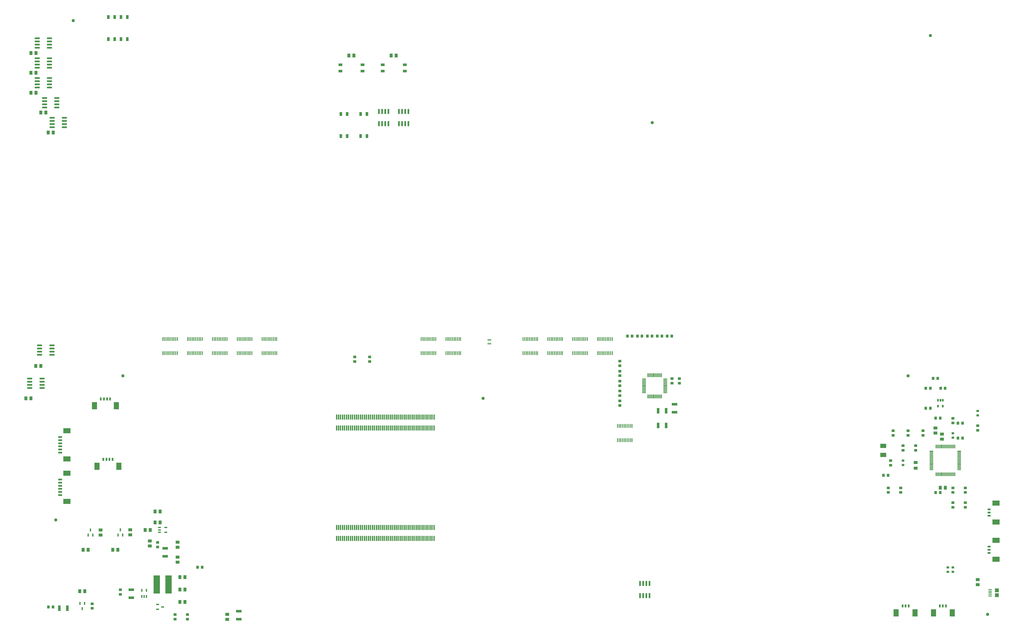
<source format=gtp>
G04*
G04 #@! TF.GenerationSoftware,Altium Limited,Altium Designer,20.0.13 (296)*
G04*
G04 Layer_Color=8421504*
%FSLAX25Y25*%
%MOIN*%
G70*
G01*
G75*
%ADD29R,0.09449X0.06693*%
%ADD30R,0.04331X0.05906*%
%ADD31R,0.10200X0.28700*%
G04:AMPARAMS|DCode=32|XSize=47.64mil|YSize=23.23mil|CornerRadius=5.81mil|HoleSize=0mil|Usage=FLASHONLY|Rotation=0.000|XOffset=0mil|YOffset=0mil|HoleType=Round|Shape=RoundedRectangle|*
%AMROUNDEDRECTD32*
21,1,0.04764,0.01161,0,0,0.0*
21,1,0.03602,0.02323,0,0,0.0*
1,1,0.01161,0.01801,-0.00581*
1,1,0.01161,-0.01801,-0.00581*
1,1,0.01161,-0.01801,0.00581*
1,1,0.01161,0.01801,0.00581*
%
%ADD32ROUNDEDRECTD32*%
G04:AMPARAMS|DCode=33|XSize=48.82mil|YSize=23.23mil|CornerRadius=2.9mil|HoleSize=0mil|Usage=FLASHONLY|Rotation=270.000|XOffset=0mil|YOffset=0mil|HoleType=Round|Shape=RoundedRectangle|*
%AMROUNDEDRECTD33*
21,1,0.04882,0.01742,0,0,270.0*
21,1,0.04301,0.02323,0,0,270.0*
1,1,0.00581,-0.00871,-0.02151*
1,1,0.00581,-0.00871,0.02151*
1,1,0.00581,0.00871,0.02151*
1,1,0.00581,0.00871,-0.02151*
%
%ADD33ROUNDEDRECTD33*%
%ADD34R,0.01221X0.02598*%
%ADD35R,0.02559X0.04331*%
G04:AMPARAMS|DCode=36|XSize=61.81mil|YSize=16.14mil|CornerRadius=2.02mil|HoleSize=0mil|Usage=FLASHONLY|Rotation=90.000|XOffset=0mil|YOffset=0mil|HoleType=Round|Shape=RoundedRectangle|*
%AMROUNDEDRECTD36*
21,1,0.06181,0.01211,0,0,90.0*
21,1,0.05778,0.01614,0,0,90.0*
1,1,0.00404,0.00605,0.02889*
1,1,0.00404,0.00605,-0.02889*
1,1,0.00404,-0.00605,-0.02889*
1,1,0.00404,-0.00605,0.02889*
%
%ADD36ROUNDEDRECTD36*%
G04:AMPARAMS|DCode=37|XSize=77.56mil|YSize=23.62mil|CornerRadius=2.95mil|HoleSize=0mil|Usage=FLASHONLY|Rotation=270.000|XOffset=0mil|YOffset=0mil|HoleType=Round|Shape=RoundedRectangle|*
%AMROUNDEDRECTD37*
21,1,0.07756,0.01772,0,0,270.0*
21,1,0.07165,0.02362,0,0,270.0*
1,1,0.00591,-0.00886,-0.03583*
1,1,0.00591,-0.00886,0.03583*
1,1,0.00591,0.00886,0.03583*
1,1,0.00591,0.00886,-0.03583*
%
%ADD37ROUNDEDRECTD37*%
G04:AMPARAMS|DCode=38|XSize=77.56mil|YSize=23.62mil|CornerRadius=2.95mil|HoleSize=0mil|Usage=FLASHONLY|Rotation=180.000|XOffset=0mil|YOffset=0mil|HoleType=Round|Shape=RoundedRectangle|*
%AMROUNDEDRECTD38*
21,1,0.07756,0.01772,0,0,180.0*
21,1,0.07165,0.02362,0,0,180.0*
1,1,0.00591,-0.03583,0.00886*
1,1,0.00591,0.03583,0.00886*
1,1,0.00591,0.03583,-0.00886*
1,1,0.00591,-0.03583,-0.00886*
%
%ADD38ROUNDEDRECTD38*%
%ADD39R,0.05906X0.05118*%
%ADD40R,0.03937X0.03543*%
%ADD41R,0.01181X0.06299*%
%ADD42R,0.06299X0.01181*%
%ADD43R,0.11811X0.08268*%
%ADD44R,0.06299X0.03150*%
%ADD45R,0.03150X0.05118*%
%ADD46R,0.08268X0.11811*%
%ADD47R,0.05118X0.03150*%
%ADD48R,0.02000X0.08000*%
%ADD49R,0.05315X0.01575*%
%ADD50R,0.05906X0.05906*%
%ADD51O,0.01181X0.06496*%
%ADD52O,0.06496X0.01181*%
%ADD53C,0.05118*%
%ADD54R,0.04331X0.08661*%
%ADD55R,0.04724X0.04134*%
%ADD56R,0.04724X0.06000*%
%ADD57R,0.04134X0.04724*%
%ADD58R,0.08661X0.04331*%
G04:AMPARAMS|DCode=59|XSize=48.82mil|YSize=23.23mil|CornerRadius=2.9mil|HoleSize=0mil|Usage=FLASHONLY|Rotation=0.000|XOffset=0mil|YOffset=0mil|HoleType=Round|Shape=RoundedRectangle|*
%AMROUNDEDRECTD59*
21,1,0.04882,0.01742,0,0,0.0*
21,1,0.04301,0.02323,0,0,0.0*
1,1,0.00581,0.02151,-0.00871*
1,1,0.00581,-0.02151,-0.00871*
1,1,0.00581,-0.02151,0.00871*
1,1,0.00581,0.02151,0.00871*
%
%ADD59ROUNDEDRECTD59*%
%ADD60R,0.06000X0.04724*%
%ADD61R,0.05906X0.04331*%
G04:AMPARAMS|DCode=62|XSize=47.64mil|YSize=23.23mil|CornerRadius=5.81mil|HoleSize=0mil|Usage=FLASHONLY|Rotation=90.000|XOffset=0mil|YOffset=0mil|HoleType=Round|Shape=RoundedRectangle|*
%AMROUNDEDRECTD62*
21,1,0.04764,0.01161,0,0,90.0*
21,1,0.03602,0.02323,0,0,90.0*
1,1,0.01161,0.00581,0.01801*
1,1,0.01161,0.00581,-0.01801*
1,1,0.01161,-0.00581,-0.01801*
1,1,0.01161,-0.00581,0.01801*
%
%ADD62ROUNDEDRECTD62*%
D29*
X1381890Y282874D02*
D03*
Y268307D02*
D03*
D30*
X184291Y962402D02*
D03*
Y927362D02*
D03*
X174291Y962402D02*
D03*
Y927362D02*
D03*
X164291Y962402D02*
D03*
Y927362D02*
D03*
X154291Y962402D02*
D03*
Y927362D02*
D03*
X522559Y773819D02*
D03*
Y808858D02*
D03*
X532559Y773819D02*
D03*
Y808858D02*
D03*
X554055Y773819D02*
D03*
Y808858D02*
D03*
X564055Y773819D02*
D03*
Y808858D02*
D03*
D31*
X230908Y62992D02*
D03*
X249408D02*
D03*
D32*
X235216Y153347D02*
D03*
Y149606D02*
D03*
Y145866D02*
D03*
X245098D02*
D03*
Y153347D02*
D03*
D33*
X112874Y24783D02*
D03*
X109134Y33090D02*
D03*
X116614D02*
D03*
X122244Y141299D02*
D03*
X129724D02*
D03*
X125984Y149606D02*
D03*
X169488Y141516D02*
D03*
X176969D02*
D03*
X173228Y149823D02*
D03*
D34*
X755905Y444882D02*
D03*
X757874D02*
D03*
X759842D02*
D03*
Y450669D02*
D03*
X757874D02*
D03*
X755905D02*
D03*
D35*
X1476181Y355118D02*
D03*
X1472441D02*
D03*
X1468701D02*
D03*
Y345669D02*
D03*
X1476181D02*
D03*
D36*
X689272Y452244D02*
D03*
X691831D02*
D03*
X694390D02*
D03*
X696949D02*
D03*
X699508D02*
D03*
X702067D02*
D03*
X704626D02*
D03*
X707185D02*
D03*
X709744D02*
D03*
X712303D02*
D03*
Y429646D02*
D03*
X709744D02*
D03*
X707185D02*
D03*
X704626D02*
D03*
X702067D02*
D03*
X699508D02*
D03*
X696949D02*
D03*
X694390D02*
D03*
X691831D02*
D03*
X689272D02*
D03*
X240453Y452244D02*
D03*
X243012D02*
D03*
X245571D02*
D03*
X248130D02*
D03*
X250689D02*
D03*
X253248D02*
D03*
X255807D02*
D03*
X258366D02*
D03*
X260925D02*
D03*
X263484D02*
D03*
Y429646D02*
D03*
X260925D02*
D03*
X258366D02*
D03*
X255807D02*
D03*
X253248D02*
D03*
X250689D02*
D03*
X248130D02*
D03*
X245571D02*
D03*
X243012D02*
D03*
X240453D02*
D03*
X319193Y452244D02*
D03*
X321752D02*
D03*
X324311D02*
D03*
X326870D02*
D03*
X329429D02*
D03*
X331988D02*
D03*
X334547D02*
D03*
X337106D02*
D03*
X339665D02*
D03*
X342224D02*
D03*
Y429646D02*
D03*
X339665D02*
D03*
X337106D02*
D03*
X334547D02*
D03*
X331988D02*
D03*
X329429D02*
D03*
X326870D02*
D03*
X324311D02*
D03*
X321752D02*
D03*
X319193D02*
D03*
X358563Y452244D02*
D03*
X361122D02*
D03*
X363681D02*
D03*
X366240D02*
D03*
X368799D02*
D03*
X371358D02*
D03*
X373917D02*
D03*
X376476D02*
D03*
X379035D02*
D03*
X381594D02*
D03*
Y429646D02*
D03*
X379035D02*
D03*
X376476D02*
D03*
X373917D02*
D03*
X371358D02*
D03*
X368799D02*
D03*
X366240D02*
D03*
X363681D02*
D03*
X361122D02*
D03*
X358563D02*
D03*
X279823Y452244D02*
D03*
X282382D02*
D03*
X284941D02*
D03*
X287500D02*
D03*
X290059D02*
D03*
X292618D02*
D03*
X295177D02*
D03*
X297736D02*
D03*
X300295D02*
D03*
X302854D02*
D03*
Y429646D02*
D03*
X300295D02*
D03*
X297736D02*
D03*
X295177D02*
D03*
X292618D02*
D03*
X290059D02*
D03*
X287500D02*
D03*
X284941D02*
D03*
X282382D02*
D03*
X279823D02*
D03*
X397933Y452244D02*
D03*
X400492D02*
D03*
X403051D02*
D03*
X405610D02*
D03*
X408169D02*
D03*
X410728D02*
D03*
X413287D02*
D03*
X415846D02*
D03*
X418405D02*
D03*
X420965D02*
D03*
Y429646D02*
D03*
X418405D02*
D03*
X415846D02*
D03*
X413287D02*
D03*
X410728D02*
D03*
X408169D02*
D03*
X405610D02*
D03*
X403051D02*
D03*
X400492D02*
D03*
X397933D02*
D03*
X811319Y452244D02*
D03*
X813878D02*
D03*
X816437D02*
D03*
X818996D02*
D03*
X821555D02*
D03*
X824114D02*
D03*
X826673D02*
D03*
X829232D02*
D03*
X831791D02*
D03*
X834350D02*
D03*
Y429646D02*
D03*
X831791D02*
D03*
X829232D02*
D03*
X826673D02*
D03*
X824114D02*
D03*
X821555D02*
D03*
X818996D02*
D03*
X816437D02*
D03*
X813878D02*
D03*
X811319D02*
D03*
X850689Y452244D02*
D03*
X853248D02*
D03*
X855807D02*
D03*
X858366D02*
D03*
X860925D02*
D03*
X863484D02*
D03*
X866043D02*
D03*
X868602D02*
D03*
X871161D02*
D03*
X873720D02*
D03*
Y429646D02*
D03*
X871161D02*
D03*
X868602D02*
D03*
X866043D02*
D03*
X863484D02*
D03*
X860925D02*
D03*
X858366D02*
D03*
X855807D02*
D03*
X853248D02*
D03*
X850689D02*
D03*
X890059Y452244D02*
D03*
X892618D02*
D03*
X895177D02*
D03*
X897736D02*
D03*
X900295D02*
D03*
X902854D02*
D03*
X905413D02*
D03*
X907973D02*
D03*
X910532D02*
D03*
X913091D02*
D03*
Y429646D02*
D03*
X910532D02*
D03*
X907973D02*
D03*
X905413D02*
D03*
X902854D02*
D03*
X900295D02*
D03*
X897736D02*
D03*
X895177D02*
D03*
X892618D02*
D03*
X890059D02*
D03*
X960925Y314449D02*
D03*
X963484D02*
D03*
X966043D02*
D03*
X968602D02*
D03*
X971161D02*
D03*
X973720D02*
D03*
X976280D02*
D03*
X978839D02*
D03*
X981398D02*
D03*
X983957D02*
D03*
Y291850D02*
D03*
X981398D02*
D03*
X978839D02*
D03*
X976280D02*
D03*
X973720D02*
D03*
X971161D02*
D03*
X968602D02*
D03*
X966043D02*
D03*
X963484D02*
D03*
X960925D02*
D03*
X649902Y452244D02*
D03*
X652461D02*
D03*
X655020D02*
D03*
X657579D02*
D03*
X660138D02*
D03*
X662697D02*
D03*
X665256D02*
D03*
X667815D02*
D03*
X670374D02*
D03*
X672933D02*
D03*
Y429646D02*
D03*
X670374D02*
D03*
X667815D02*
D03*
X665256D02*
D03*
X662697D02*
D03*
X660138D02*
D03*
X657579D02*
D03*
X655020D02*
D03*
X652461D02*
D03*
X649902D02*
D03*
X929429Y452244D02*
D03*
X931988D02*
D03*
X934547D02*
D03*
X937106D02*
D03*
X939665D02*
D03*
X942224D02*
D03*
X944783D02*
D03*
X947342D02*
D03*
X949902D02*
D03*
X952461D02*
D03*
Y429646D02*
D03*
X949902D02*
D03*
X947342D02*
D03*
X944783D02*
D03*
X942224D02*
D03*
X939665D02*
D03*
X937106D02*
D03*
X934547D02*
D03*
X931988D02*
D03*
X929429D02*
D03*
D37*
X1011437Y45374D02*
D03*
X1006437D02*
D03*
X1001437D02*
D03*
X996437D02*
D03*
Y64862D02*
D03*
X1001437D02*
D03*
X1006437D02*
D03*
X1011437D02*
D03*
X614547Y812874D02*
D03*
X619547D02*
D03*
X624547D02*
D03*
X629547D02*
D03*
Y793425D02*
D03*
X624547D02*
D03*
X619547D02*
D03*
X614547D02*
D03*
X583051Y812874D02*
D03*
X588051D02*
D03*
X593051D02*
D03*
X598051D02*
D03*
Y793425D02*
D03*
X593051D02*
D03*
X588051D02*
D03*
X583051D02*
D03*
D38*
X29646Y374390D02*
D03*
Y379390D02*
D03*
Y384390D02*
D03*
Y389390D02*
D03*
X49095D02*
D03*
Y384390D02*
D03*
Y379390D02*
D03*
Y374390D02*
D03*
X41457Y913760D02*
D03*
Y918760D02*
D03*
Y923760D02*
D03*
Y928760D02*
D03*
X60905D02*
D03*
Y923760D02*
D03*
Y918760D02*
D03*
Y913760D02*
D03*
X41457Y882264D02*
D03*
Y887264D02*
D03*
Y892264D02*
D03*
Y897264D02*
D03*
X60905D02*
D03*
Y892264D02*
D03*
Y887264D02*
D03*
Y882264D02*
D03*
X41457Y850768D02*
D03*
Y855768D02*
D03*
Y860768D02*
D03*
Y865768D02*
D03*
X60905D02*
D03*
Y860768D02*
D03*
Y855768D02*
D03*
Y850768D02*
D03*
X53268Y819272D02*
D03*
Y824272D02*
D03*
Y829272D02*
D03*
Y834272D02*
D03*
X72716D02*
D03*
Y829272D02*
D03*
Y824272D02*
D03*
Y819272D02*
D03*
X65079Y787776D02*
D03*
Y792776D02*
D03*
Y797776D02*
D03*
Y802776D02*
D03*
X84528D02*
D03*
Y797776D02*
D03*
Y792776D02*
D03*
Y787776D02*
D03*
X45394Y427237D02*
D03*
Y432237D02*
D03*
Y437237D02*
D03*
Y442237D02*
D03*
X64842D02*
D03*
Y437237D02*
D03*
Y432237D02*
D03*
Y427237D02*
D03*
D39*
X1433071Y256469D02*
D03*
Y247468D02*
D03*
D40*
X1492126Y83114D02*
D03*
Y90114D02*
D03*
X1413386Y259405D02*
D03*
Y252406D02*
D03*
X1492126Y302713D02*
D03*
Y295713D02*
D03*
X1531496Y338146D02*
D03*
Y331146D02*
D03*
X1484252Y83114D02*
D03*
Y90114D02*
D03*
D41*
X1030512Y361221D02*
D03*
X1028543D02*
D03*
X1026575D02*
D03*
X1024606D02*
D03*
X1022638D02*
D03*
X1020669D02*
D03*
X1018701D02*
D03*
X1016732D02*
D03*
X1014764D02*
D03*
X1012795D02*
D03*
X1010827D02*
D03*
X1008858D02*
D03*
Y394685D02*
D03*
X1010827D02*
D03*
X1012795D02*
D03*
X1014764D02*
D03*
X1016732D02*
D03*
X1018701D02*
D03*
X1020669D02*
D03*
X1022638D02*
D03*
X1024606D02*
D03*
X1026575D02*
D03*
X1028543D02*
D03*
X1030512D02*
D03*
D42*
X1002953Y367126D02*
D03*
Y369094D02*
D03*
Y371063D02*
D03*
Y373031D02*
D03*
Y375000D02*
D03*
Y376969D02*
D03*
Y378937D02*
D03*
Y380906D02*
D03*
Y382874D02*
D03*
Y384842D02*
D03*
Y386811D02*
D03*
Y388779D02*
D03*
X1036417D02*
D03*
Y386811D02*
D03*
Y384842D02*
D03*
Y382874D02*
D03*
Y380906D02*
D03*
Y378937D02*
D03*
Y376969D02*
D03*
Y375000D02*
D03*
Y373031D02*
D03*
Y371063D02*
D03*
Y369094D02*
D03*
Y367126D02*
D03*
D43*
X88701Y306756D02*
D03*
Y262071D02*
D03*
X1560532Y133071D02*
D03*
Y103150D02*
D03*
X88678Y239433D02*
D03*
Y194747D02*
D03*
X1560532Y192126D02*
D03*
Y162205D02*
D03*
D44*
X77874Y296717D02*
D03*
Y286875D02*
D03*
Y281953D02*
D03*
Y277032D02*
D03*
Y272111D02*
D03*
Y291796D02*
D03*
X77851Y229393D02*
D03*
Y219551D02*
D03*
Y214629D02*
D03*
Y209708D02*
D03*
Y204787D02*
D03*
Y224472D02*
D03*
D45*
X142224Y357264D02*
D03*
X147146D02*
D03*
X152067D02*
D03*
X156988D02*
D03*
X146161Y261319D02*
D03*
X151083D02*
D03*
X156004D02*
D03*
X160925D02*
D03*
X1422244Y29035D02*
D03*
X1417323D02*
D03*
X1412402D02*
D03*
X1481299D02*
D03*
X1476378D02*
D03*
X1471457D02*
D03*
D46*
X132185Y346437D02*
D03*
X167027D02*
D03*
X136122Y250492D02*
D03*
X170965D02*
D03*
X1432283Y18209D02*
D03*
X1402362D02*
D03*
X1491339D02*
D03*
X1461417D02*
D03*
D47*
X1549705Y123031D02*
D03*
Y118110D02*
D03*
Y113189D02*
D03*
Y182087D02*
D03*
Y177165D02*
D03*
Y172244D02*
D03*
D48*
X663779Y153543D02*
D03*
X666929D02*
D03*
X663779Y136221D02*
D03*
X666929D02*
D03*
X654331Y153543D02*
D03*
X657480D02*
D03*
X654330Y136221D02*
D03*
X657480D02*
D03*
X648032Y153543D02*
D03*
X651181D02*
D03*
X648031Y136221D02*
D03*
X651181D02*
D03*
X638583Y153543D02*
D03*
X641732D02*
D03*
X638582Y136221D02*
D03*
X641732D02*
D03*
X632283Y153543D02*
D03*
X632283Y136221D02*
D03*
X622835Y153543D02*
D03*
X625984D02*
D03*
X622834Y136221D02*
D03*
X625984D02*
D03*
X616535Y153543D02*
D03*
X616535Y136221D02*
D03*
X607087Y153543D02*
D03*
X610236D02*
D03*
X607086Y136221D02*
D03*
X610236D02*
D03*
X600787Y153543D02*
D03*
X600787Y136221D02*
D03*
X591339Y153543D02*
D03*
X594488D02*
D03*
X591338Y136221D02*
D03*
X594488D02*
D03*
X585039Y153543D02*
D03*
X585039Y136221D02*
D03*
X575591Y153543D02*
D03*
X578740D02*
D03*
X575590Y136221D02*
D03*
X578740D02*
D03*
X569291Y153543D02*
D03*
X569291Y136221D02*
D03*
X559842Y153543D02*
D03*
X562992D02*
D03*
X559842Y136221D02*
D03*
X562992D02*
D03*
X550394Y153543D02*
D03*
X553543D02*
D03*
X550394Y136221D02*
D03*
X553543D02*
D03*
X544095Y153543D02*
D03*
X547244D02*
D03*
X544094Y136221D02*
D03*
X547244D02*
D03*
X534646Y153543D02*
D03*
X537795D02*
D03*
X534646Y136221D02*
D03*
X537795D02*
D03*
X528346Y153543D02*
D03*
X528346Y136221D02*
D03*
X518898Y153543D02*
D03*
X522047D02*
D03*
X518898Y136221D02*
D03*
X522047D02*
D03*
X670079Y153543D02*
D03*
X670078Y136221D02*
D03*
X635433Y153543D02*
D03*
X644882D02*
D03*
X660630D02*
D03*
X635433Y136221D02*
D03*
X644882D02*
D03*
X660630D02*
D03*
X603937Y153543D02*
D03*
X613386D02*
D03*
X619685D02*
D03*
X629134D02*
D03*
X603937Y136221D02*
D03*
X613386D02*
D03*
X619685D02*
D03*
X629134D02*
D03*
X572441Y153543D02*
D03*
X581890D02*
D03*
X588189D02*
D03*
X597638D02*
D03*
X572441Y136221D02*
D03*
X581890D02*
D03*
X588189D02*
D03*
X597638D02*
D03*
X540945Y153543D02*
D03*
X556693D02*
D03*
X566142D02*
D03*
X540945Y136221D02*
D03*
X556693D02*
D03*
X566142D02*
D03*
X515748Y153543D02*
D03*
X525197D02*
D03*
X531496D02*
D03*
X515748Y136221D02*
D03*
X525197D02*
D03*
X531496D02*
D03*
Y311221D02*
D03*
X525197D02*
D03*
X515748D02*
D03*
X531496Y328543D02*
D03*
X525197D02*
D03*
X515748D02*
D03*
X566142Y311221D02*
D03*
X556693D02*
D03*
X540945D02*
D03*
X566142Y328543D02*
D03*
X556693D02*
D03*
X540945D02*
D03*
X597638Y311221D02*
D03*
X588189D02*
D03*
X581890D02*
D03*
X572441D02*
D03*
X597638Y328543D02*
D03*
X588189D02*
D03*
X581890D02*
D03*
X572441D02*
D03*
X629134Y311221D02*
D03*
X619685D02*
D03*
X613386D02*
D03*
X603937D02*
D03*
X629134Y328543D02*
D03*
X619685D02*
D03*
X613386D02*
D03*
X603937D02*
D03*
X660630Y311221D02*
D03*
X644882D02*
D03*
X635433D02*
D03*
X660630Y328543D02*
D03*
X644882D02*
D03*
X635433D02*
D03*
X670078Y311221D02*
D03*
X670079Y328543D02*
D03*
X522047Y311221D02*
D03*
X518898D02*
D03*
X522047Y328543D02*
D03*
X518898D02*
D03*
X528346Y311221D02*
D03*
X528346Y328543D02*
D03*
X537795Y311221D02*
D03*
X534646D02*
D03*
X537795Y328543D02*
D03*
X534646D02*
D03*
X547244Y311221D02*
D03*
X544094D02*
D03*
X547244Y328543D02*
D03*
X544095D02*
D03*
X553543Y311221D02*
D03*
X550394D02*
D03*
X553543Y328543D02*
D03*
X550394D02*
D03*
X562992Y311221D02*
D03*
X559842D02*
D03*
X562992Y328543D02*
D03*
X559842D02*
D03*
X569291Y311221D02*
D03*
X569291Y328543D02*
D03*
X578740Y311221D02*
D03*
X575590D02*
D03*
X578740Y328543D02*
D03*
X575591D02*
D03*
X585039Y311221D02*
D03*
X585039Y328543D02*
D03*
X594488Y311221D02*
D03*
X591338D02*
D03*
X594488Y328543D02*
D03*
X591339D02*
D03*
X600787Y311221D02*
D03*
X600787Y328543D02*
D03*
X610236Y311221D02*
D03*
X607086D02*
D03*
X610236Y328543D02*
D03*
X607087D02*
D03*
X616535Y311221D02*
D03*
X616535Y328543D02*
D03*
X625984Y311221D02*
D03*
X622834D02*
D03*
X625984Y328543D02*
D03*
X622835D02*
D03*
X632283Y311221D02*
D03*
X632283Y328543D02*
D03*
X641732Y311221D02*
D03*
X638582D02*
D03*
X641732Y328543D02*
D03*
X638583D02*
D03*
X651181Y311221D02*
D03*
X648031D02*
D03*
X651181Y328543D02*
D03*
X648032D02*
D03*
X657480Y311221D02*
D03*
X654330D02*
D03*
X657480Y328543D02*
D03*
X654331D02*
D03*
X666929Y311221D02*
D03*
X663779D02*
D03*
X666929Y328543D02*
D03*
X663779D02*
D03*
D49*
X1551181Y55118D02*
D03*
Y52559D02*
D03*
Y50000D02*
D03*
Y47441D02*
D03*
Y44882D02*
D03*
D50*
X1561811Y46063D02*
D03*
Y53937D02*
D03*
D51*
X1465551Y281791D02*
D03*
X1467520D02*
D03*
X1469488D02*
D03*
X1471457D02*
D03*
X1473425D02*
D03*
X1475394D02*
D03*
X1477362D02*
D03*
X1479331D02*
D03*
X1481299D02*
D03*
X1483268D02*
D03*
X1485236D02*
D03*
X1487205D02*
D03*
X1489173D02*
D03*
X1491142D02*
D03*
X1493110D02*
D03*
X1495079D02*
D03*
Y237894D02*
D03*
X1493110D02*
D03*
X1491142D02*
D03*
X1489173D02*
D03*
X1487205D02*
D03*
X1485236D02*
D03*
X1483268D02*
D03*
X1481299D02*
D03*
X1479331D02*
D03*
X1477362D02*
D03*
X1475394D02*
D03*
X1473425D02*
D03*
X1471457D02*
D03*
X1469488D02*
D03*
X1467520D02*
D03*
X1465551D02*
D03*
D52*
X1502264Y274606D02*
D03*
Y272638D02*
D03*
Y270669D02*
D03*
Y268701D02*
D03*
Y266732D02*
D03*
Y264764D02*
D03*
Y262795D02*
D03*
Y260827D02*
D03*
Y258858D02*
D03*
Y256890D02*
D03*
Y254921D02*
D03*
Y252953D02*
D03*
Y250984D02*
D03*
Y249016D02*
D03*
Y247047D02*
D03*
Y245079D02*
D03*
X1458366D02*
D03*
Y247047D02*
D03*
Y249016D02*
D03*
Y250984D02*
D03*
Y252953D02*
D03*
Y254921D02*
D03*
Y256890D02*
D03*
Y258858D02*
D03*
Y260827D02*
D03*
Y262795D02*
D03*
Y264764D02*
D03*
Y266732D02*
D03*
Y268701D02*
D03*
Y270669D02*
D03*
Y272638D02*
D03*
Y274606D02*
D03*
D53*
X98425Y956693D02*
D03*
X1547244Y15748D02*
D03*
X1456693Y933071D02*
D03*
X70866Y165354D02*
D03*
X1421260Y393701D02*
D03*
X748032Y358268D02*
D03*
X177165Y393701D02*
D03*
X1015748Y795276D02*
D03*
D54*
X1025197Y338583D02*
D03*
X1037795D02*
D03*
X89245Y25302D02*
D03*
X76646D02*
D03*
X1037795Y314961D02*
D03*
X1025197D02*
D03*
D55*
X964567Y346752D02*
D03*
Y354035D02*
D03*
X259842Y15453D02*
D03*
Y8169D02*
D03*
X279704Y15453D02*
D03*
Y8169D02*
D03*
X173228Y54823D02*
D03*
Y47539D02*
D03*
X232283Y122343D02*
D03*
Y129626D02*
D03*
X128622Y32579D02*
D03*
Y25295D02*
D03*
X568228Y423721D02*
D03*
Y416437D02*
D03*
X544606Y423721D02*
D03*
Y416437D02*
D03*
X1059055Y389469D02*
D03*
Y382185D02*
D03*
X1047244Y389469D02*
D03*
Y382185D02*
D03*
X1492126Y319193D02*
D03*
Y326476D02*
D03*
X1531496Y314665D02*
D03*
Y307382D02*
D03*
X1409449Y216240D02*
D03*
Y208957D02*
D03*
X1389764Y216240D02*
D03*
Y208957D02*
D03*
X1413386Y283169D02*
D03*
Y275886D02*
D03*
X1433071Y283169D02*
D03*
Y275886D02*
D03*
X1393701Y252264D02*
D03*
Y259547D02*
D03*
X1511811Y192618D02*
D03*
Y185335D02*
D03*
X1492126Y192618D02*
D03*
Y185335D02*
D03*
X1511811Y216240D02*
D03*
Y208957D02*
D03*
X1492126Y216240D02*
D03*
Y208957D02*
D03*
X1444882Y306791D02*
D03*
Y299508D02*
D03*
X1421260Y306791D02*
D03*
Y299508D02*
D03*
X1397638Y306791D02*
D03*
Y299508D02*
D03*
X964567Y409744D02*
D03*
Y417028D02*
D03*
Y393996D02*
D03*
Y401279D02*
D03*
Y378248D02*
D03*
Y385531D02*
D03*
Y362500D02*
D03*
Y369783D02*
D03*
D56*
X23559Y358268D02*
D03*
X31559D02*
D03*
X267653Y74803D02*
D03*
X275654D02*
D03*
X114110Y118110D02*
D03*
X122110D02*
D03*
X267653Y55118D02*
D03*
X275654D02*
D03*
X267653Y35433D02*
D03*
X275654D02*
D03*
X161354Y118110D02*
D03*
X169354D02*
D03*
X212535Y149606D02*
D03*
X220535D02*
D03*
X236283Y178900D02*
D03*
X228284D02*
D03*
X116874Y52559D02*
D03*
X108874D02*
D03*
X228284Y161417D02*
D03*
X236283D02*
D03*
X610299Y901575D02*
D03*
X602299D02*
D03*
X543370D02*
D03*
X535370D02*
D03*
X1472378Y216535D02*
D03*
X1480378D02*
D03*
X31433Y905512D02*
D03*
X39433D02*
D03*
X31433Y842520D02*
D03*
X39433D02*
D03*
X31433Y874016D02*
D03*
X39433D02*
D03*
X47181Y811024D02*
D03*
X55181D02*
D03*
X58992Y779528D02*
D03*
X66992D02*
D03*
X39307Y409449D02*
D03*
X47307D02*
D03*
D57*
X66634Y27559D02*
D03*
X59350D02*
D03*
X302854Y90551D02*
D03*
X295571D02*
D03*
X1500295Y318898D02*
D03*
X1507579D02*
D03*
X1468209Y389764D02*
D03*
X1460925D02*
D03*
X1456398Y374016D02*
D03*
X1449114D02*
D03*
X1472146Y326772D02*
D03*
X1464862D02*
D03*
X1472146Y208661D02*
D03*
X1464862D02*
D03*
X1389468Y236221D02*
D03*
X1382185D02*
D03*
X1480020Y374016D02*
D03*
X1472736D02*
D03*
X1500295Y295276D02*
D03*
X1507579D02*
D03*
X1456398Y342520D02*
D03*
X1449114D02*
D03*
X1039665Y456693D02*
D03*
X1046949D02*
D03*
X1023917D02*
D03*
X1031201D02*
D03*
X1008169D02*
D03*
X1015453D02*
D03*
X992421D02*
D03*
X999705D02*
D03*
X976673D02*
D03*
X983957D02*
D03*
D58*
X190728Y42126D02*
D03*
Y54724D02*
D03*
X360987Y20866D02*
D03*
Y8268D02*
D03*
X244094Y120472D02*
D03*
Y107874D02*
D03*
X1051181Y336221D02*
D03*
Y348819D02*
D03*
D59*
X232067Y31299D02*
D03*
Y23819D02*
D03*
X240374Y27559D02*
D03*
D60*
X141732Y141453D02*
D03*
Y149453D02*
D03*
X342520Y7811D02*
D03*
Y15811D02*
D03*
X188976Y141669D02*
D03*
Y149669D02*
D03*
X219853Y132197D02*
D03*
Y124197D02*
D03*
X263779Y121984D02*
D03*
Y129984D02*
D03*
Y98362D02*
D03*
Y106362D02*
D03*
X1531496Y62929D02*
D03*
Y70929D02*
D03*
X1464567Y303087D02*
D03*
Y311087D02*
D03*
X1474879Y293516D02*
D03*
Y301516D02*
D03*
D61*
X623819Y876890D02*
D03*
X588779D02*
D03*
X623819Y886890D02*
D03*
X588779D02*
D03*
X556890Y876890D02*
D03*
X521850D02*
D03*
X556890Y886890D02*
D03*
X521850D02*
D03*
D62*
X207134Y44035D02*
D03*
X210874D02*
D03*
X214614D02*
D03*
Y53917D02*
D03*
X207134D02*
D03*
M02*

</source>
